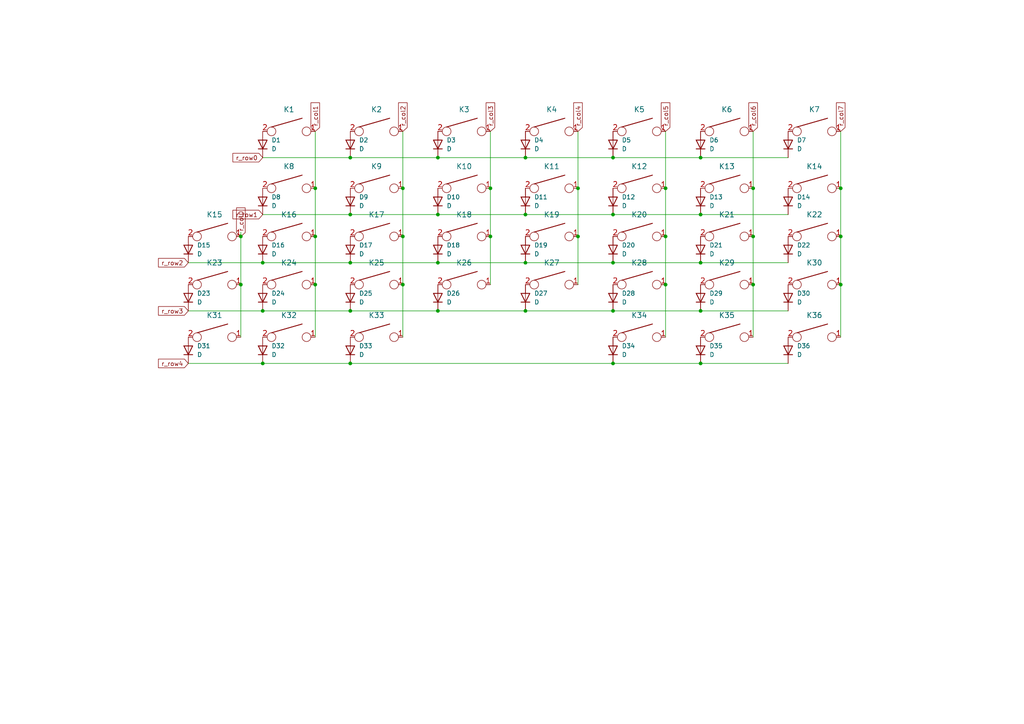
<source format=kicad_sch>
(kicad_sch (version 20230121) (generator eeschema)
  (paper "A4")
  (lib_symbols
    (symbol "Device:D" (pin_numbers hide) (pin_names (offset 1.016) hide)
      (property "Reference" "D" (at 0 2.54 0))
      (property "Value" "D" (at 0 -2.54 0))
      (symbol "D_0_1"
        (polyline (pts (xy -1.27 1.27) (xy -1.27 -1.27)) (stroke (width 0.254)))
        (polyline (pts (xy 1.27 0) (xy -1.27 0)))
        (polyline (pts (xy 1.27 1.27) (xy 1.27 -1.27) (xy -1.27 0) (xy 1.27 1.27)) (stroke (width 0.254)))
      )
      (symbol "D_1_1"
        (pin passive line (at -3.81 0 0) (length 2.54) (name "K") (number "1"))
        (pin passive line (at 3.81 0 180) (length 2.54) (name "A") (number "2"))
      )
    )
    (symbol "Keyboard_Parts:KEYSW" (pin_names (offset 1.016))
      (property "Reference" "K?" (at -1.27 0 0))
      (symbol "KEYSW_0_1"
        (circle (center -5.08 0) (radius 1.27))
        (polyline (pts (xy -5.08 1.27) (xy 3.81 3.81)) (stroke (width 0.254)))
        (circle (center 5.08 0) (radius 1.27))
      )
      (symbol "KEYSW_1_1"
        (pin passive line (at 7.62 0 180) (length 1.27) (name "~") (number "1"))
        (pin passive line (at -7.62 0 0) (length 1.27) (name "~") (number "2"))
      )
    )
  )
  (junction (at 152.4 45.72))
  (junction (at 76.2 105.41))
  (junction (at 167.64 68.58))
  (junction (at 218.44 54.61))
  (junction (at 243.84 54.61))
  (junction (at 76.2 76.2))
  (junction (at 116.84 82.55))
  (junction (at 203.2 62.23))
  (junction (at 101.6 90.17))
  (junction (at 152.4 90.17))
  (junction (at 91.44 54.61))
  (junction (at 203.2 45.72))
  (junction (at 91.44 82.55))
  (junction (at 243.84 68.58))
  (junction (at 127 76.2))
  (junction (at 142.24 54.61))
  (junction (at 127 62.23))
  (junction (at 177.8 105.41))
  (junction (at 152.4 76.2))
  (junction (at 101.6 105.41))
  (junction (at 177.8 45.72))
  (junction (at 203.2 76.2))
  (junction (at 167.64 54.61))
  (junction (at 193.04 68.58))
  (junction (at 116.84 68.58))
  (junction (at 69.85 68.58))
  (junction (at 193.04 82.55))
  (junction (at 218.44 68.58))
  (junction (at 203.2 105.41))
  (junction (at 76.2 90.17))
  (junction (at 127 90.17))
  (junction (at 101.6 76.2))
  (junction (at 116.84 54.61))
  (junction (at 243.84 82.55))
  (junction (at 193.04 54.61))
  (junction (at 203.2 90.17))
  (junction (at 101.6 45.72))
  (junction (at 218.44 82.55))
  (junction (at 142.24 68.58))
  (junction (at 69.85 82.55))
  (junction (at 177.8 62.23))
  (junction (at 127 45.72))
  (junction (at 152.4 62.23))
  (junction (at 177.8 76.2))
  (junction (at 177.8 90.17))
  (junction (at 91.44 68.58))
  (junction (at 101.6 62.23))
  (wire (pts (xy 91.44 54.61) (xy 91.44 68.58)))
  (wire (pts (xy 152.4 76.2) (xy 177.8 76.2)))
  (wire (pts (xy 203.2 105.41) (xy 228.6 105.41)))
  (wire (pts (xy 152.4 45.72) (xy 177.8 45.72)))
  (wire (pts (xy 54.61 76.2) (xy 76.2 76.2)))
  (wire (pts (xy 142.24 38.1) (xy 142.24 54.61)))
  (wire (pts (xy 177.8 76.2) (xy 203.2 76.2)))
  (wire (pts (xy 69.85 82.55) (xy 69.85 97.79)))
  (wire (pts (xy 177.8 105.41) (xy 203.2 105.41)))
  (wire (pts (xy 54.61 105.41) (xy 76.2 105.41)))
  (wire (pts (xy 177.8 90.17) (xy 203.2 90.17)))
  (wire (pts (xy 193.04 68.58) (xy 193.04 82.55)))
  (wire (pts (xy 76.2 62.23) (xy 101.6 62.23)))
  (wire (pts (xy 76.2 45.72) (xy 101.6 45.72)))
  (wire (pts (xy 54.61 90.17) (xy 76.2 90.17)))
  (wire (pts (xy 101.6 90.17) (xy 127 90.17)))
  (wire (pts (xy 91.44 68.58) (xy 91.44 82.55)))
  (wire (pts (xy 218.44 54.61) (xy 218.44 68.58)))
  (wire (pts (xy 142.24 68.58) (xy 142.24 82.55)))
  (wire (pts (xy 76.2 90.17) (xy 101.6 90.17)))
  (wire (pts (xy 218.44 38.1) (xy 218.44 54.61)))
  (wire (pts (xy 243.84 68.58) (xy 243.84 82.55)))
  (wire (pts (xy 218.44 68.58) (xy 218.44 82.55)))
  (wire (pts (xy 203.2 76.2) (xy 228.6 76.2)))
  (wire (pts (xy 127 45.72) (xy 152.4 45.72)))
  (wire (pts (xy 101.6 45.72) (xy 127 45.72)))
  (wire (pts (xy 69.85 67.31) (xy 69.85 68.58)))
  (wire (pts (xy 116.84 82.55) (xy 116.84 97.79)))
  (wire (pts (xy 116.84 38.1) (xy 116.84 54.61)))
  (wire (pts (xy 152.4 62.23) (xy 177.8 62.23)))
  (wire (pts (xy 116.84 68.58) (xy 116.84 82.55)))
  (wire (pts (xy 167.64 68.58) (xy 167.64 82.55)))
  (wire (pts (xy 142.24 54.61) (xy 142.24 68.58)))
  (wire (pts (xy 177.8 62.23) (xy 203.2 62.23)))
  (wire (pts (xy 243.84 54.61) (xy 243.84 68.58)))
  (wire (pts (xy 203.2 62.23) (xy 228.6 62.23)))
  (wire (pts (xy 218.44 82.55) (xy 218.44 97.79)))
  (wire (pts (xy 101.6 105.41) (xy 177.8 105.41)))
  (wire (pts (xy 76.2 105.41) (xy 101.6 105.41)))
  (wire (pts (xy 127 76.2) (xy 152.4 76.2)))
  (wire (pts (xy 127 62.23) (xy 152.4 62.23)))
  (wire (pts (xy 193.04 38.1) (xy 193.04 54.61)))
  (wire (pts (xy 91.44 38.1) (xy 91.44 54.61)))
  (wire (pts (xy 193.04 82.55) (xy 193.04 97.79)))
  (wire (pts (xy 203.2 90.17) (xy 228.6 90.17)))
  (wire (pts (xy 76.2 76.2) (xy 101.6 76.2)))
  (wire (pts (xy 167.64 54.61) (xy 167.64 68.58)))
  (wire (pts (xy 116.84 54.61) (xy 116.84 68.58)))
  (wire (pts (xy 167.64 38.1) (xy 167.64 54.61)))
  (wire (pts (xy 127 90.17) (xy 152.4 90.17)))
  (wire (pts (xy 193.04 54.61) (xy 193.04 68.58)))
  (wire (pts (xy 101.6 62.23) (xy 127 62.23)))
  (wire (pts (xy 91.44 82.55) (xy 91.44 97.79)))
  (wire (pts (xy 177.8 45.72) (xy 203.2 45.72)))
  (wire (pts (xy 101.6 76.2) (xy 127 76.2)))
  (wire (pts (xy 243.84 82.55) (xy 243.84 97.79)))
  (wire (pts (xy 152.4 90.17) (xy 177.8 90.17)))
  (wire (pts (xy 243.84 38.1) (xy 243.84 54.61)))
  (wire (pts (xy 69.85 68.58) (xy 69.85 82.55)))
  (wire (pts (xy 203.2 45.72) (xy 228.6 45.72)))
  (global_label "r_col5" (shape input) (at 193.04 38.1 90) (property "Intersheetrefs" "${INTERSHEET_REFS}" (effects hide)))
  (global_label "r_col0" (shape input) (at 69.85 68.58 90) (property "Intersheetrefs" "${INTERSHEET_REFS}" (effects hide)))
  (global_label "r_row0" (shape input) (at 76.2 45.72 180) (property "Intersheetrefs" "${INTERSHEET_REFS}" (effects hide)))
  (global_label "r_row2" (shape input) (at 54.61 76.2 180) (property "Intersheetrefs" "${INTERSHEET_REFS}" (effects hide)))
  (global_label "r_col6" (shape input) (at 218.44 38.1 90) (property "Intersheetrefs" "${INTERSHEET_REFS}" (effects hide)))
  (global_label "r_col1" (shape input) (at 91.44 38.1 90) (property "Intersheetrefs" "${INTERSHEET_REFS}" (effects hide)))
  (global_label "r_col4" (shape input) (at 167.64 38.1 90) (property "Intersheetrefs" "${INTERSHEET_REFS}" (effects hide)))
  (global_label "r_row1" (shape input) (at 76.2 62.23 180) (property "Intersheetrefs" "${INTERSHEET_REFS}" (effects hide)))
  (global_label "r_col7" (shape input) (at 243.84 38.1 90) (property "Intersheetrefs" "${INTERSHEET_REFS}" (effects hide)))
  (global_label "r_row3" (shape input) (at 54.61 90.17 180) (property "Intersheetrefs" "${INTERSHEET_REFS}" (effects hide)))
  (global_label "r_col3" (shape input) (at 142.24 38.1 90) (property "Intersheetrefs" "${INTERSHEET_REFS}" (effects hide)))
  (global_label "r_row4" (shape input) (at 54.61 105.41 180) (property "Intersheetrefs" "${INTERSHEET_REFS}" (effects hide)))
  (global_label "r_col2" (shape input) (at 116.84 38.1 90) (property "Intersheetrefs" "${INTERSHEET_REFS}" (effects hide)))
  (symbol (lib_id "Device:D") (at 76.2 72.39 90) (unit 1)
    (property "Reference" "D16" (at 78.74 71.12 90) (effects (justify right)))
    (property "Value" "D" (at 78.74 73.66 90) (effects (justify right)))
    (property "Footprint" "Diode_SMD:D_SOD-323" (effects hide))
    (property "Sim.Device" "D" (effects hide))
    (property "Sim.Pins" "1=K 2=A" (effects hide))
  )
  (symbol (lib_id "Device:D") (at 228.6 72.39 90) (unit 1)
    (property "Reference" "D22" (at 231.14 71.12 90) (effects (justify right)))
    (property "Value" "D" (at 231.14 73.66 90) (effects (justify right)))
    (property "Footprint" "Diode_SMD:D_SOD-323" (effects hide))
    (property "Sim.Device" "D" (effects hide))
    (property "Sim.Pins" "1=K 2=A" (effects hide))
  )
  (symbol (lib_id "Keyboard_Parts:KEYSW") (at 83.82 54.61 0) (unit 1)
    (property "Reference" "K8" (at 83.82 48.26 0) (effects (font (size 1.524 1.524))))
    (property "Value" "KEYSW" (effects hide))
    (property "Footprint" "KiSwitch_Kailh_Hotswap:SW_Hotswap_Kailh_Choc_V1_1.00u" (effects hide))
  )
  (symbol (lib_id "Keyboard_Parts:KEYSW") (at 185.42 54.61 0) (unit 1)
    (property "Reference" "K12" (at 185.42 48.26 0) (effects (font (size 1.524 1.524))))
    (property "Value" "KEYSW" (effects hide))
    (property "Footprint" "KiSwitch_Kailh_Hotswap:SW_Hotswap_Kailh_Choc_V1_1.00u" (effects hide))
  )
  (symbol (lib_id "Keyboard_Parts:KEYSW") (at 83.82 97.79 0) (unit 1)
    (property "Reference" "K32" (at 83.82 91.44 0) (effects (font (size 1.524 1.524))))
    (property "Value" "KEYSW" (effects hide))
    (property "Footprint" "KiSwitch_Kailh_Hotswap:SW_Hotswap_Kailh_Choc_V1_1.00u" (effects hide))
  )
  (symbol (lib_id "Device:D") (at 228.6 101.6 90) (unit 1)
    (property "Reference" "D36" (at 231.14 100.33 90) (effects (justify right)))
    (property "Value" "D" (at 231.14 102.87 90) (effects (justify right)))
    (property "Footprint" "Diode_SMD:D_SOD-323" (effects hide))
    (property "Sim.Device" "D" (effects hide))
    (property "Sim.Pins" "1=K 2=A" (effects hide))
  )
  (symbol (lib_id "Device:D") (at 177.8 101.6 90) (unit 1)
    (property "Reference" "D34" (at 180.34 100.33 90) (effects (justify right)))
    (property "Value" "D" (at 180.34 102.87 90) (effects (justify right)))
    (property "Footprint" "Diode_SMD:D_SOD-323" (effects hide))
    (property "Sim.Device" "D" (effects hide))
    (property "Sim.Pins" "1=K 2=A" (effects hide))
  )
  (symbol (lib_id "Keyboard_Parts:KEYSW") (at 185.42 82.55 0) (unit 1)
    (property "Reference" "K28" (at 185.42 76.2 0) (effects (font (size 1.524 1.524))))
    (property "Value" "KEYSW" (effects hide))
    (property "Footprint" "KiSwitch_Kailh_Hotswap:SW_Hotswap_Kailh_Choc_V1_1.00u" (effects hide))
  )
  (symbol (lib_id "Device:D") (at 177.8 72.39 90) (unit 1)
    (property "Reference" "D20" (at 180.34 71.12 90) (effects (justify right)))
    (property "Value" "D" (at 180.34 73.66 90) (effects (justify right)))
    (property "Footprint" "Diode_SMD:D_SOD-323" (effects hide))
    (property "Sim.Device" "D" (effects hide))
    (property "Sim.Pins" "1=K 2=A" (effects hide))
  )
  (symbol (lib_id "Keyboard_Parts:KEYSW") (at 134.62 82.55 0) (unit 1)
    (property "Reference" "K26" (at 134.62 76.2 0) (effects (font (size 1.524 1.524))))
    (property "Value" "KEYSW" (effects hide))
    (property "Footprint" "KiSwitch_Kailh_Hotswap:SW_Hotswap_Kailh_Choc_V1_1.00u" (effects hide))
  )
  (symbol (lib_id "Device:D") (at 127 41.91 90) (unit 1)
    (property "Reference" "D3" (at 129.54 40.64 90) (effects (justify right)))
    (property "Value" "D" (at 129.54 43.18 90) (effects (justify right)))
    (property "Footprint" "Diode_SMD:D_SOD-323" (effects hide))
    (property "Sim.Device" "D" (effects hide))
    (property "Sim.Pins" "1=K 2=A" (effects hide))
  )
  (symbol (lib_id "Keyboard_Parts:KEYSW") (at 160.02 54.61 0) (unit 1)
    (property "Reference" "K11" (at 160.02 48.26 0) (effects (font (size 1.524 1.524))))
    (property "Value" "KEYSW" (effects hide))
    (property "Footprint" "KiSwitch_Kailh_Hotswap:SW_Hotswap_Kailh_Choc_V1_1.00u" (effects hide))
  )
  (symbol (lib_id "Device:D") (at 177.8 58.42 90) (unit 1)
    (property "Reference" "D12" (at 180.34 57.15 90) (effects (justify right)))
    (property "Value" "D" (at 180.34 59.69 90) (effects (justify right)))
    (property "Footprint" "Diode_SMD:D_SOD-323" (effects hide))
    (property "Sim.Device" "D" (effects hide))
    (property "Sim.Pins" "1=K 2=A" (effects hide))
  )
  (symbol (lib_id "Keyboard_Parts:KEYSW") (at 210.82 97.79 0) (unit 1)
    (property "Reference" "K35" (at 210.82 91.44 0) (effects (font (size 1.524 1.524))))
    (property "Value" "KEYSW" (effects hide))
    (property "Footprint" "KiSwitch_Kailh_Hotswap:SW_Hotswap_Kailh_Choc_V1_1.00u" (effects hide))
  )
  (symbol (lib_id "Device:D") (at 101.6 72.39 90) (unit 1)
    (property "Reference" "D17" (at 104.14 71.12 90) (effects (justify right)))
    (property "Value" "D" (at 104.14 73.66 90) (effects (justify right)))
    (property "Footprint" "Diode_SMD:D_SOD-323" (effects hide))
    (property "Sim.Device" "D" (effects hide))
    (property "Sim.Pins" "1=K 2=A" (effects hide))
  )
  (symbol (lib_id "Device:D") (at 203.2 86.36 90) (unit 1)
    (property "Reference" "D29" (at 205.74 85.09 90) (effects (justify right)))
    (property "Value" "D" (at 205.74 87.63 90) (effects (justify right)))
    (property "Footprint" "Diode_SMD:D_SOD-323" (effects hide))
    (property "Sim.Device" "D" (effects hide))
    (property "Sim.Pins" "1=K 2=A" (effects hide))
  )
  (symbol (lib_id "Keyboard_Parts:KEYSW") (at 109.22 82.55 0) (unit 1)
    (property "Reference" "K25" (at 109.22 76.2 0) (effects (font (size 1.524 1.524))))
    (property "Value" "KEYSW" (effects hide))
    (property "Footprint" "KiSwitch_Kailh_Hotswap:SW_Hotswap_Kailh_Choc_V1_1.00u" (effects hide))
  )
  (symbol (lib_id "Keyboard_Parts:KEYSW") (at 134.62 68.58 0) (unit 1)
    (property "Reference" "K18" (at 134.62 62.23 0) (effects (font (size 1.524 1.524))))
    (property "Value" "KEYSW" (effects hide))
    (property "Footprint" "KiSwitch_Kailh_Hotswap:SW_Hotswap_Kailh_Choc_V1_1.00u" (effects hide))
  )
  (symbol (lib_id "Device:D") (at 228.6 86.36 90) (unit 1)
    (property "Reference" "D30" (at 231.14 85.09 90) (effects (justify right)))
    (property "Value" "D" (at 231.14 87.63 90) (effects (justify right)))
    (property "Footprint" "Diode_SMD:D_SOD-323" (effects hide))
    (property "Sim.Device" "D" (effects hide))
    (property "Sim.Pins" "1=K 2=A" (effects hide))
  )
  (symbol (lib_id "Device:D") (at 76.2 86.36 90) (unit 1)
    (property "Reference" "D24" (at 78.74 85.09 90) (effects (justify right)))
    (property "Value" "D" (at 78.74 87.63 90) (effects (justify right)))
    (property "Footprint" "Diode_SMD:D_SOD-323" (effects hide))
    (property "Sim.Device" "D" (effects hide))
    (property "Sim.Pins" "1=K 2=A" (effects hide))
  )
  (symbol (lib_id "Keyboard_Parts:KEYSW") (at 109.22 97.79 0) (unit 1)
    (property "Reference" "K33" (at 109.22 91.44 0) (effects (font (size 1.524 1.524))))
    (property "Value" "KEYSW" (effects hide))
    (property "Footprint" "KiSwitch_Kailh_Hotswap:SW_Hotswap_Kailh_Choc_V1_1.00u" (effects hide))
  )
  (symbol (lib_id "Keyboard_Parts:KEYSW") (at 185.42 68.58 0) (unit 1)
    (property "Reference" "K20" (at 185.42 62.23 0) (effects (font (size 1.524 1.524))))
    (property "Value" "KEYSW" (effects hide))
    (property "Footprint" "KiSwitch_Kailh_Hotswap:SW_Hotswap_Kailh_Choc_V1_1.00u" (effects hide))
  )
  (symbol (lib_id "Device:D") (at 152.4 86.36 90) (unit 1)
    (property "Reference" "D27" (at 154.94 85.09 90) (effects (justify right)))
    (property "Value" "D" (at 154.94 87.63 90) (effects (justify right)))
    (property "Footprint" "Diode_SMD:D_SOD-323" (effects hide))
    (property "Sim.Device" "D" (effects hide))
    (property "Sim.Pins" "1=K 2=A" (effects hide))
  )
  (symbol (lib_id "Device:D") (at 76.2 58.42 90) (unit 1)
    (property "Reference" "D8" (at 78.74 57.15 90) (effects (justify right)))
    (property "Value" "D" (at 78.74 59.69 90) (effects (justify right)))
    (property "Footprint" "Diode_SMD:D_SOD-323" (effects hide))
    (property "Sim.Device" "D" (effects hide))
    (property "Sim.Pins" "1=K 2=A" (effects hide))
  )
  (symbol (lib_id "Keyboard_Parts:KEYSW") (at 210.82 54.61 0) (unit 1)
    (property "Reference" "K13" (at 210.82 48.26 0) (effects (font (size 1.524 1.524))))
    (property "Value" "KEYSW" (effects hide))
    (property "Footprint" "KiSwitch_Kailh_Hotswap:SW_Hotswap_Kailh_Choc_V1_1.00u" (effects hide))
  )
  (symbol (lib_id "Keyboard_Parts:KEYSW") (at 109.22 68.58 0) (unit 1)
    (property "Reference" "K17" (at 109.22 62.23 0) (effects (font (size 1.524 1.524))))
    (property "Value" "KEYSW" (effects hide))
    (property "Footprint" "KiSwitch_Kailh_Hotswap:SW_Hotswap_Kailh_Choc_V1_1.00u" (effects hide))
  )
  (symbol (lib_id "Device:D") (at 203.2 72.39 90) (unit 1)
    (property "Reference" "D21" (at 205.74 71.12 90) (effects (justify right)))
    (property "Value" "D" (at 205.74 73.66 90) (effects (justify right)))
    (property "Footprint" "Diode_SMD:D_SOD-323" (effects hide))
    (property "Sim.Device" "D" (effects hide))
    (property "Sim.Pins" "1=K 2=A" (effects hide))
  )
  (symbol (lib_id "Device:D") (at 203.2 41.91 90) (unit 1)
    (property "Reference" "D6" (at 205.74 40.64 90) (effects (justify right)))
    (property "Value" "D" (at 205.74 43.18 90) (effects (justify right)))
    (property "Footprint" "Diode_SMD:D_SOD-323" (effects hide))
    (property "Sim.Device" "D" (effects hide))
    (property "Sim.Pins" "1=K 2=A" (effects hide))
  )
  (symbol (lib_id "Device:D") (at 127 58.42 90) (unit 1)
    (property "Reference" "D10" (at 129.54 57.15 90) (effects (justify right)))
    (property "Value" "D" (at 129.54 59.69 90) (effects (justify right)))
    (property "Footprint" "Diode_SMD:D_SOD-323" (effects hide))
    (property "Sim.Device" "D" (effects hide))
    (property "Sim.Pins" "1=K 2=A" (effects hide))
  )
  (symbol (lib_id "Keyboard_Parts:KEYSW") (at 62.23 97.79 0) (unit 1)
    (property "Reference" "K31" (at 62.23 91.44 0) (effects (font (size 1.524 1.524))))
    (property "Value" "KEYSW" (effects hide))
    (property "Footprint" "KiSwitch_Kailh_Hotswap:SW_Hotswap_Kailh_Choc_V1_1.50u" (effects hide))
  )
  (symbol (lib_id "Keyboard_Parts:KEYSW") (at 185.42 97.79 0) (unit 1)
    (property "Reference" "K34" (at 185.42 91.44 0) (effects (font (size 1.524 1.524))))
    (property "Value" "KEYSW" (effects hide))
    (property "Footprint" "KiSwitch_Kailh_Hotswap:SW_Hotswap_Kailh_Choc_V1_1.00u" (effects hide))
  )
  (symbol (lib_id "Keyboard_Parts:KEYSW") (at 109.22 54.61 0) (unit 1)
    (property "Reference" "K9" (at 109.22 48.26 0) (effects (font (size 1.524 1.524))))
    (property "Value" "KEYSW" (effects hide))
    (property "Footprint" "KiSwitch_Kailh_Hotswap:SW_Hotswap_Kailh_Choc_V1_1.00u" (effects hide))
  )
  (symbol (lib_id "Keyboard_Parts:KEYSW") (at 83.82 68.58 0) (unit 1)
    (property "Reference" "K16" (at 83.82 62.23 0) (effects (font (size 1.524 1.524))))
    (property "Value" "KEYSW" (effects hide))
    (property "Footprint" "KiSwitch_Kailh_Hotswap:SW_Hotswap_Kailh_Choc_V1_1.00u" (effects hide))
  )
  (symbol (lib_id "Device:D") (at 152.4 58.42 90) (unit 1)
    (property "Reference" "D11" (at 154.94 57.15 90) (effects (justify right)))
    (property "Value" "D" (at 154.94 59.69 90) (effects (justify right)))
    (property "Footprint" "Diode_SMD:D_SOD-323" (effects hide))
    (property "Sim.Device" "D" (effects hide))
    (property "Sim.Pins" "1=K 2=A" (effects hide))
  )
  (symbol (lib_id "Keyboard_Parts:KEYSW") (at 236.22 82.55 0) (unit 1)
    (property "Reference" "K30" (at 236.22 76.2 0) (effects (font (size 1.524 1.524))))
    (property "Value" "KEYSW" (effects hide))
    (property "Footprint" "KiSwitch_Kailh_Hotswap:SW_Hotswap_Kailh_Choc_V1_1.00u" (effects hide))
  )
  (symbol (lib_id "Device:D") (at 76.2 41.91 90) (unit 1)
    (property "Reference" "D1" (at 78.74 40.64 90) (effects (justify right)))
    (property "Value" "D" (at 78.74 43.18 90) (effects (justify right)))
    (property "Footprint" "Diode_SMD:D_SOD-323" (effects hide))
    (property "Sim.Device" "D" (effects hide))
    (property "Sim.Pins" "1=K 2=A" (effects hide))
  )
  (symbol (lib_id "Device:D") (at 54.61 72.39 90) (unit 1)
    (property "Reference" "D15" (at 57.15 71.12 90) (effects (justify right)))
    (property "Value" "D" (at 57.15 73.66 90) (effects (justify right)))
    (property "Footprint" "Diode_SMD:D_SOD-323" (effects hide))
    (property "Sim.Device" "D" (effects hide))
    (property "Sim.Pins" "1=K 2=A" (effects hide))
  )
  (symbol (lib_id "Device:D") (at 54.61 86.36 90) (unit 1)
    (property "Reference" "D23" (at 57.15 85.09 90) (effects (justify right)))
    (property "Value" "D" (at 57.15 87.63 90) (effects (justify right)))
    (property "Footprint" "Diode_SMD:D_SOD-323" (effects hide))
    (property "Sim.Device" "D" (effects hide))
    (property "Sim.Pins" "1=K 2=A" (effects hide))
  )
  (symbol (lib_id "Device:D") (at 228.6 58.42 90) (unit 1)
    (property "Reference" "D14" (at 231.14 57.15 90) (effects (justify right)))
    (property "Value" "D" (at 231.14 59.69 90) (effects (justify right)))
    (property "Footprint" "Diode_SMD:D_SOD-323" (effects hide))
    (property "Sim.Device" "D" (effects hide))
    (property "Sim.Pins" "1=K 2=A" (effects hide))
  )
  (symbol (lib_id "Keyboard_Parts:KEYSW") (at 62.23 68.58 0) (unit 1)
    (property "Reference" "K15" (at 62.23 62.23 0) (effects (font (size 1.524 1.524))))
    (property "Value" "KEYSW" (effects hide))
    (property "Footprint" "KiSwitch_Kailh_Hotswap:SW_Hotswap_Kailh_Choc_V1_1.00u" (effects hide))
  )
  (symbol (lib_id "Keyboard_Parts:KEYSW") (at 236.22 54.61 0) (unit 1)
    (property "Reference" "K14" (at 236.22 48.26 0) (effects (font (size 1.524 1.524))))
    (property "Value" "KEYSW" (effects hide))
    (property "Footprint" "KiSwitch_Kailh_Hotswap:SW_Hotswap_Kailh_Choc_V1_1.00u" (effects hide))
  )
  (symbol (lib_id "Keyboard_Parts:KEYSW") (at 236.22 97.79 0) (unit 1)
    (property "Reference" "K36" (at 236.22 91.44 0) (effects (font (size 1.524 1.524))))
    (property "Value" "KEYSW" (effects hide))
    (property "Footprint" "KiSwitch_Kailh_Hotswap:SW_Hotswap_Kailh_Choc_V1_1.00u" (effects hide))
  )
  (symbol (lib_id "Device:D") (at 101.6 58.42 90) (unit 1)
    (property "Reference" "D9" (at 104.14 57.15 90) (effects (justify right)))
    (property "Value" "D" (at 104.14 59.69 90) (effects (justify right)))
    (property "Footprint" "Diode_SMD:D_SOD-323" (effects hide))
    (property "Sim.Device" "D" (effects hide))
    (property "Sim.Pins" "1=K 2=A" (effects hide))
  )
  (symbol (lib_id "Device:D") (at 76.2 101.6 90) (unit 1)
    (property "Reference" "D32" (at 78.74 100.33 90) (effects (justify right)))
    (property "Value" "D" (at 78.74 102.87 90) (effects (justify right)))
    (property "Footprint" "Diode_SMD:D_SOD-323" (effects hide))
    (property "Sim.Device" "D" (effects hide))
    (property "Sim.Pins" "1=K 2=A" (effects hide))
  )
  (symbol (lib_id "Keyboard_Parts:KEYSW") (at 160.02 38.1 0) (unit 1)
    (property "Reference" "K4" (at 160.02 31.75 0) (effects (font (size 1.524 1.524))))
    (property "Value" "KEYSW" (effects hide))
    (property "Footprint" "KiSwitch_Kailh_Hotswap:SW_Hotswap_Kailh_Choc_V1_1.00u" (effects hide))
  )
  (symbol (lib_id "Keyboard_Parts:KEYSW") (at 160.02 68.58 0) (unit 1)
    (property "Reference" "K19" (at 160.02 62.23 0) (effects (font (size 1.524 1.524))))
    (property "Value" "KEYSW" (effects hide))
    (property "Footprint" "KiSwitch_Kailh_Hotswap:SW_Hotswap_Kailh_Choc_V1_1.00u" (effects hide))
  )
  (symbol (lib_id "Keyboard_Parts:KEYSW") (at 210.82 82.55 0) (unit 1)
    (property "Reference" "K29" (at 210.82 76.2 0) (effects (font (size 1.524 1.524))))
    (property "Value" "KEYSW" (effects hide))
    (property "Footprint" "KiSwitch_Kailh_Hotswap:SW_Hotswap_Kailh_Choc_V1_1.00u" (effects hide))
  )
  (symbol (lib_id "Keyboard_Parts:KEYSW") (at 109.22 38.1 0) (unit 1)
    (property "Reference" "K2" (at 109.22 31.75 0) (effects (font (size 1.524 1.524))))
    (property "Value" "KEYSW" (effects hide))
    (property "Footprint" "KiSwitch_Kailh_Hotswap:SW_Hotswap_Kailh_Choc_V1_1.00u" (effects hide))
  )
  (symbol (lib_id "Keyboard_Parts:KEYSW") (at 210.82 68.58 0) (unit 1)
    (property "Reference" "K21" (at 210.82 62.23 0) (effects (font (size 1.524 1.524))))
    (property "Value" "KEYSW" (effects hide))
    (property "Footprint" "KiSwitch_Kailh_Hotswap:SW_Hotswap_Kailh_Choc_V1_1.00u" (effects hide))
  )
  (symbol (lib_id "Device:D") (at 152.4 41.91 90) (unit 1)
    (property "Reference" "D4" (at 154.94 40.64 90) (effects (justify right)))
    (property "Value" "D" (at 154.94 43.18 90) (effects (justify right)))
    (property "Footprint" "Diode_SMD:D_SOD-323" (effects hide))
    (property "Sim.Device" "D" (effects hide))
    (property "Sim.Pins" "1=K 2=A" (effects hide))
  )
  (symbol (lib_id "Device:D") (at 54.61 101.6 90) (unit 1)
    (property "Reference" "D31" (at 57.15 100.33 90) (effects (justify right)))
    (property "Value" "D" (at 57.15 102.87 90) (effects (justify right)))
    (property "Footprint" "Diode_SMD:D_SOD-323" (effects hide))
    (property "Sim.Device" "D" (effects hide))
    (property "Sim.Pins" "1=K 2=A" (effects hide))
  )
  (symbol (lib_id "Device:D") (at 101.6 41.91 90) (unit 1)
    (property "Reference" "D2" (at 104.14 40.64 90) (effects (justify right)))
    (property "Value" "D" (at 104.14 43.18 90) (effects (justify right)))
    (property "Footprint" "Diode_SMD:D_SOD-323" (effects hide))
    (property "Sim.Device" "D" (effects hide))
    (property "Sim.Pins" "1=K 2=A" (effects hide))
  )
  (symbol (lib_id "Device:D") (at 203.2 101.6 90) (unit 1)
    (property "Reference" "D35" (at 205.74 100.33 90) (effects (justify right)))
    (property "Value" "D" (at 205.74 102.87 90) (effects (justify right)))
    (property "Footprint" "Diode_SMD:D_SOD-323" (effects hide))
    (property "Sim.Device" "D" (effects hide))
    (property "Sim.Pins" "1=K 2=A" (effects hide))
  )
  (symbol (lib_id "Device:D") (at 228.6 41.91 90) (unit 1)
    (property "Reference" "D7" (at 231.14 40.64 90) (effects (justify right)))
    (property "Value" "D" (at 231.14 43.18 90) (effects (justify right)))
    (property "Footprint" "Diode_SMD:D_SOD-323" (effects hide))
    (property "Sim.Device" "D" (effects hide))
    (property "Sim.Pins" "1=K 2=A" (effects hide))
  )
  (symbol (lib_id "Device:D") (at 127 86.36 90) (unit 1)
    (property "Reference" "D26" (at 129.54 85.09 90) (effects (justify right)))
    (property "Value" "D" (at 129.54 87.63 90) (effects (justify right)))
    (property "Footprint" "Diode_SMD:D_SOD-323" (effects hide))
    (property "Sim.Device" "D" (effects hide))
    (property "Sim.Pins" "1=K 2=A" (effects hide))
  )
  (symbol (lib_id "Device:D") (at 203.2 58.42 90) (unit 1)
    (property "Reference" "D13" (at 205.74 57.15 90) (effects (justify right)))
    (property "Value" "D" (at 205.74 59.69 90) (effects (justify right)))
    (property "Footprint" "Diode_SMD:D_SOD-323" (effects hide))
    (property "Sim.Device" "D" (effects hide))
    (property "Sim.Pins" "1=K 2=A" (effects hide))
  )
  (symbol (lib_id "Device:D") (at 101.6 101.6 90) (unit 1)
    (property "Reference" "D33" (at 104.14 100.33 90) (effects (justify right)))
    (property "Value" "D" (at 104.14 102.87 90) (effects (justify right)))
    (property "Footprint" "Diode_SMD:D_SOD-323" (effects hide))
    (property "Sim.Device" "D" (effects hide))
    (property "Sim.Pins" "1=K 2=A" (effects hide))
  )
  (symbol (lib_id "Keyboard_Parts:KEYSW") (at 160.02 82.55 0) (unit 1)
    (property "Reference" "K27" (at 160.02 76.2 0) (effects (font (size 1.524 1.524))))
    (property "Value" "KEYSW" (effects hide))
    (property "Footprint" "KiSwitch_Kailh_Hotswap:SW_Hotswap_Kailh_Choc_V1_1.00u" (effects hide))
  )
  (symbol (lib_id "Keyboard_Parts:KEYSW") (at 185.42 38.1 0) (unit 1)
    (property "Reference" "K5" (at 185.42 31.75 0) (effects (font (size 1.524 1.524))))
    (property "Value" "KEYSW" (effects hide))
    (property "Footprint" "KiSwitch_Kailh_Hotswap:SW_Hotswap_Kailh_Choc_V1_1.00u" (effects hide))
  )
  (symbol (lib_id "Keyboard_Parts:KEYSW") (at 210.82 38.1 0) (unit 1)
    (property "Reference" "K6" (at 210.82 31.75 0) (effects (font (size 1.524 1.524))))
    (property "Value" "KEYSW" (effects hide))
    (property "Footprint" "KiSwitch_Kailh_Hotswap:SW_Hotswap_Kailh_Choc_V1_1.00u" (effects hide))
  )
  (symbol (lib_id "Device:D") (at 101.6 86.36 90) (unit 1)
    (property "Reference" "D25" (at 104.14 85.09 90) (effects (justify right)))
    (property "Value" "D" (at 104.14 87.63 90) (effects (justify right)))
    (property "Footprint" "Diode_SMD:D_SOD-323" (effects hide))
    (property "Sim.Device" "D" (effects hide))
    (property "Sim.Pins" "1=K 2=A" (effects hide))
  )
  (symbol (lib_id "Device:D") (at 177.8 41.91 90) (unit 1)
    (property "Reference" "D5" (at 180.34 40.64 90) (effects (justify right)))
    (property "Value" "D" (at 180.34 43.18 90) (effects (justify right)))
    (property "Footprint" "Diode_SMD:D_SOD-323" (effects hide))
    (property "Sim.Device" "D" (effects hide))
    (property "Sim.Pins" "1=K 2=A" (effects hide))
  )
  (symbol (lib_id "Device:D") (at 177.8 86.36 90) (unit 1)
    (property "Reference" "D28" (at 180.34 85.09 90) (effects (justify right)))
    (property "Value" "D" (at 180.34 87.63 90) (effects (justify right)))
    (property "Footprint" "Diode_SMD:D_SOD-323" (effects hide))
    (property "Sim.Device" "D" (effects hide))
    (property "Sim.Pins" "1=K 2=A" (effects hide))
  )
  (symbol (lib_id "Keyboard_Parts:KEYSW") (at 62.23 82.55 0) (unit 1)
    (property "Reference" "K23" (at 62.23 76.2 0) (effects (font (size 1.524 1.524))))
    (property "Value" "KEYSW" (effects hide))
    (property "Footprint" "KiSwitch_Kailh_Hotswap:SW_Hotswap_Kailh_Choc_V1_1.00u" (effects hide))
  )
  (symbol (lib_id "Keyboard_Parts:KEYSW") (at 236.22 68.58 0) (unit 1)
    (property "Reference" "K22" (at 236.22 62.23 0) (effects (font (size 1.524 1.524))))
    (property "Value" "KEYSW" (effects hide))
    (property "Footprint" "KiSwitch_Kailh_Hotswap:SW_Hotswap_Kailh_Choc_V1_1.00u" (effects hide))
  )
  (symbol (lib_id "Keyboard_Parts:KEYSW") (at 236.22 38.1 0) (unit 1)
    (property "Reference" "K7" (at 236.22 31.75 0) (effects (font (size 1.524 1.524))))
    (property "Value" "KEYSW" (effects hide))
    (property "Footprint" "KiSwitch_Kailh_Hotswap:SW_Hotswap_Kailh_Choc_V1_1.00u" (effects hide))
  )
  (symbol (lib_id "Keyboard_Parts:KEYSW") (at 134.62 54.61 0) (unit 1)
    (property "Reference" "K10" (at 134.62 48.26 0) (effects (font (size 1.524 1.524))))
    (property "Value" "KEYSW" (effects hide))
    (property "Footprint" "KiSwitch_Kailh_Hotswap:SW_Hotswap_Kailh_Choc_V1_1.00u" (effects hide))
  )
  (symbol (lib_id "Keyboard_Parts:KEYSW") (at 134.62 38.1 0) (unit 1)
    (property "Reference" "K3" (at 134.62 31.75 0) (effects (font (size 1.524 1.524))))
    (property "Value" "KEYSW" (effects hide))
    (property "Footprint" "KiSwitch_Kailh_Hotswap:SW_Hotswap_Kailh_Choc_V1_1.00u" (effects hide))
  )
  (symbol (lib_id "Device:D") (at 127 72.39 90) (unit 1)
    (property "Reference" "D18" (at 129.54 71.12 90) (effects (justify right)))
    (property "Value" "D" (at 129.54 73.66 90) (effects (justify right)))
    (property "Footprint" "Diode_SMD:D_SOD-323" (effects hide))
    (property "Sim.Device" "D" (effects hide))
    (property "Sim.Pins" "1=K 2=A" (effects hide))
  )
  (symbol (lib_id "Keyboard_Parts:KEYSW") (at 83.82 38.1 0) (unit 1)
    (property "Reference" "K1" (at 83.82 31.75 0) (effects (font (size 1.524 1.524))))
    (property "Value" "KEYSW" (effects hide))
    (property "Footprint" "KiSwitch_Kailh_Hotswap:SW_Hotswap_Kailh_Choc_V1_1.00u" (effects hide))
  )
  (symbol (lib_id "Device:D") (at 152.4 72.39 90) (unit 1)
    (property "Reference" "D19" (at 154.94 71.12 90) (effects (justify right)))
    (property "Value" "D" (at 154.94 73.66 90) (effects (justify right)))
    (property "Footprint" "Diode_SMD:D_SOD-323" (effects hide))
    (property "Sim.Device" "D" (effects hide))
    (property "Sim.Pins" "1=K 2=A" (effects hide))
  )
  (symbol (lib_id "Keyboard_Parts:KEYSW") (at 83.82 82.55 0) (unit 1)
    (property "Reference" "K24" (at 83.82 76.2 0) (effects (font (size 1.524 1.524))))
    (property "Value" "KEYSW" (effects hide))
    (property "Footprint" "KiSwitch_Kailh_Hotswap:SW_Hotswap_Kailh_Choc_V1_1.00u" (effects hide))
  )
)
</source>
